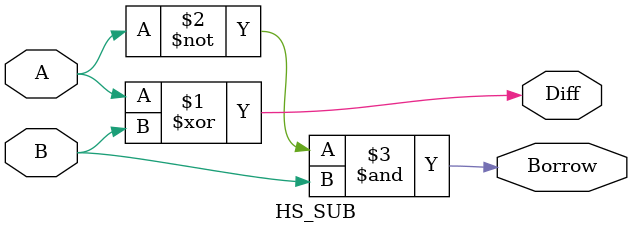
<source format=v>
`timescale 1ns / 1ps

// Module Name: HS_SUB

//////////////////////////////////////////////////////////////////////////////////


module HS_SUB(
    input A,
    input B,
    output Diff,
    output Borrow
    );
    
    assign Diff = A ^ B, 
           Borrow = ~A & B;  
endmodule

</source>
